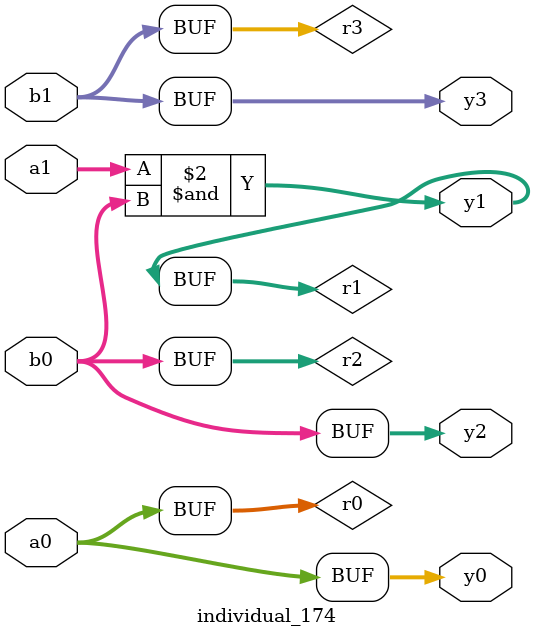
<source format=sv>
module individual_174(input logic [15:0] a1, input logic [15:0] a0, input logic [15:0] b1, input logic [15:0] b0, output logic [15:0] y3, output logic [15:0] y2, output logic [15:0] y1, output logic [15:0] y0);
logic [15:0] r0, r1, r2, r3; 
 always@(*) begin 
	 r0 = a0; r1 = a1; r2 = b0; r3 = b1; 
 	 r1  &=  b0 ;
 	 y3 = r3; y2 = r2; y1 = r1; y0 = r0; 
end
endmodule
</source>
